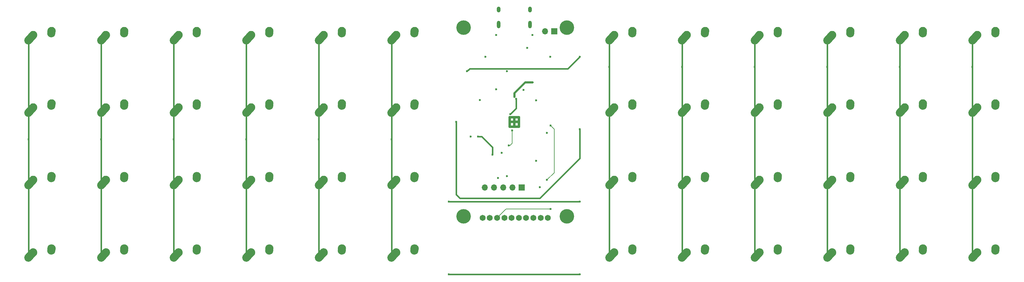
<source format=gbr>
%TF.GenerationSoftware,KiCad,Pcbnew,(6.0.7)*%
%TF.CreationDate,2022-08-23T18:51:20+01:00*%
%TF.ProjectId,ortho40,6f727468-6f34-4302-9e6b-696361645f70,rev?*%
%TF.SameCoordinates,Original*%
%TF.FileFunction,Copper,L1,Top*%
%TF.FilePolarity,Positive*%
%FSLAX46Y46*%
G04 Gerber Fmt 4.6, Leading zero omitted, Abs format (unit mm)*
G04 Created by KiCad (PCBNEW (6.0.7)) date 2022-08-23 18:51:20*
%MOMM*%
%LPD*%
G01*
G04 APERTURE LIST*
G04 Aperture macros list*
%AMHorizOval*
0 Thick line with rounded ends*
0 $1 width*
0 $2 $3 position (X,Y) of the first rounded end (center of the circle)*
0 $4 $5 position (X,Y) of the second rounded end (center of the circle)*
0 Add line between two ends*
20,1,$1,$2,$3,$4,$5,0*
0 Add two circle primitives to create the rounded ends*
1,1,$1,$2,$3*
1,1,$1,$4,$5*%
G04 Aperture macros list end*
%TA.AperFunction,ComponentPad*%
%ADD10C,1.650000*%
%TD*%
%TA.AperFunction,ComponentPad*%
%ADD11C,4.000000*%
%TD*%
%TA.AperFunction,ComponentPad*%
%ADD12HorizOval,2.250000X0.020000X0.290000X-0.020000X-0.290000X0*%
%TD*%
%TA.AperFunction,ComponentPad*%
%ADD13C,2.250000*%
%TD*%
%TA.AperFunction,ComponentPad*%
%ADD14HorizOval,2.250000X0.655001X0.730000X-0.655001X-0.730000X0*%
%TD*%
%TA.AperFunction,ComponentPad*%
%ADD15R,1.700000X1.700000*%
%TD*%
%TA.AperFunction,ComponentPad*%
%ADD16O,1.700000X1.700000*%
%TD*%
%TA.AperFunction,ComponentPad*%
%ADD17C,0.600000*%
%TD*%
%TA.AperFunction,ComponentPad*%
%ADD18O,1.000000X1.600000*%
%TD*%
%TA.AperFunction,ComponentPad*%
%ADD19O,1.000000X2.100000*%
%TD*%
%TA.AperFunction,ViaPad*%
%ADD20C,0.600000*%
%TD*%
%TA.AperFunction,Conductor*%
%ADD21C,0.200000*%
%TD*%
%TA.AperFunction,Conductor*%
%ADD22C,0.381000*%
%TD*%
%TA.AperFunction,Conductor*%
%ADD23C,0.600000*%
%TD*%
%TA.AperFunction,Conductor*%
%ADD24C,0.635000*%
%TD*%
G04 APERTURE END LIST*
D10*
%TO.P,U5,10,SDCS*%
%TO.N,LCD_SDSEL*%
X171250000Y-76500000D03*
%TO.P,U5,9,BLK*%
%TO.N,LCD_BACKLT*%
X173250000Y-76500000D03*
%TO.P,U5,8,DC*%
%TO.N,LCD_DC*%
X175250000Y-76500000D03*
%TO.P,U5,7,~{RESET}*%
%TO.N,LCD_RESET*%
X177250000Y-76500000D03*
%TO.P,U5,6,CS*%
%TO.N,LCD_CS*%
X179250000Y-76500000D03*
%TO.P,U5,5,MISO*%
%TO.N,LCD_RX*%
X181250000Y-76500000D03*
%TO.P,U5,4,MOSI*%
%TO.N,LCD_TX*%
X183250000Y-76500000D03*
%TO.P,U5,3,SCLK*%
%TO.N,LCD_SCK*%
X185250000Y-76500000D03*
%TO.P,U5,2,GND*%
%TO.N,GND*%
X187250000Y-76500000D03*
%TO.P,U5,1,VCC*%
%TO.N,+3V3*%
X189250000Y-76500000D03*
D11*
%TO.P,U5,*%
%TO.N,*%
X194500000Y-24000000D03*
X166000000Y-76000000D03*
X166000000Y-24000000D03*
X194500000Y-76000000D03*
%TD*%
D12*
%TO.P,MX27,2,ROW*%
%TO.N,Net-(D26-Pad2)*%
X92520000Y-65210000D03*
D13*
X92540000Y-64920000D03*
D14*
%TO.P,MX27,1,COL*%
%TO.N,c2*%
X86845001Y-66730000D03*
D13*
X87500000Y-66000000D03*
%TD*%
%TO.P,MX41,2,ROW*%
%TO.N,Net-(D41-Pad2)*%
X132540000Y-84920000D03*
D12*
X132520000Y-85210000D03*
D13*
%TO.P,MX41,1,COL*%
%TO.N,c4*%
X127500000Y-86000000D03*
D14*
X126845001Y-86730000D03*
%TD*%
D13*
%TO.P,MX24,2,ROW*%
%TO.N,Net-(D24-Pad2)*%
X312540000Y-44920000D03*
D12*
X312520000Y-45210000D03*
D13*
%TO.P,MX24,1,COL*%
%TO.N,c11*%
X307500000Y-46000000D03*
D14*
X306845001Y-46730000D03*
%TD*%
D13*
%TO.P,MX48,2,ROW*%
%TO.N,Net-(D48-Pad2)*%
X312540000Y-84920000D03*
D12*
X312520000Y-85210000D03*
D14*
%TO.P,MX48,1,COL*%
%TO.N,c11*%
X306845001Y-86730000D03*
D13*
X307500000Y-86000000D03*
%TD*%
%TO.P,MX36,2,ROW*%
%TO.N,Net-(D36-Pad2)*%
X312540000Y-64920000D03*
D12*
X312520000Y-65210000D03*
D14*
%TO.P,MX36,1,COL*%
%TO.N,c11*%
X306845001Y-66730000D03*
D13*
X307500000Y-66000000D03*
%TD*%
%TO.P,MX11,2,ROW*%
%TO.N,Net-(D8-Pad2)*%
X292540000Y-24920000D03*
D12*
X292520000Y-25210000D03*
D13*
%TO.P,MX11,1,COL*%
%TO.N,c10*%
X287500000Y-26000000D03*
D14*
X286845001Y-26730000D03*
%TD*%
D12*
%TO.P,MX7,2,ROW*%
%TO.N,Net-(D6-Pad2)*%
X212520000Y-25210000D03*
D13*
X212540000Y-24920000D03*
%TO.P,MX7,1,COL*%
%TO.N,c6*%
X207500000Y-26000000D03*
D14*
X206845001Y-26730000D03*
%TD*%
D13*
%TO.P,MX29,2,ROW*%
%TO.N,Net-(D29-Pad2)*%
X132540000Y-64920000D03*
D12*
X132520000Y-65210000D03*
D13*
%TO.P,MX29,1,COL*%
%TO.N,c4*%
X127500000Y-66000000D03*
D14*
X126845001Y-66730000D03*
%TD*%
D12*
%TO.P,MX14,2,ROW*%
%TO.N,Net-(D15-Pad2)*%
X72520000Y-45210000D03*
D13*
X72540000Y-44920000D03*
D14*
%TO.P,MX14,1,COL*%
%TO.N,c1*%
X66845001Y-46730000D03*
D13*
X67500000Y-46000000D03*
%TD*%
%TO.P,MX43,2,ROW*%
%TO.N,Net-(D42-Pad2)*%
X212540000Y-84920000D03*
D12*
X212520000Y-85210000D03*
D14*
%TO.P,MX43,1,COL*%
%TO.N,c6*%
X206845001Y-86730000D03*
D13*
X207500000Y-86000000D03*
%TD*%
D12*
%TO.P,MX4,2,ROW*%
%TO.N,Net-(D4-Pad2)*%
X112520000Y-25210000D03*
D13*
X112540000Y-24920000D03*
D14*
%TO.P,MX4,1,COL*%
%TO.N,c3*%
X106845001Y-26730000D03*
D13*
X107500000Y-26000000D03*
%TD*%
%TO.P,MX25,2,ROW*%
%TO.N,Net-(D25-Pad2)*%
X52540000Y-64920000D03*
D12*
X52520000Y-65210000D03*
D14*
%TO.P,MX25,1,COL*%
%TO.N,c0*%
X46845001Y-66730000D03*
D13*
X47500000Y-66000000D03*
%TD*%
%TO.P,MX45,2,ROW*%
%TO.N,Net-(D43-Pad2)*%
X252540000Y-84920000D03*
D12*
X252520000Y-85210000D03*
D13*
%TO.P,MX45,1,COL*%
%TO.N,c8*%
X247500000Y-86000000D03*
D14*
X246845001Y-86730000D03*
%TD*%
D12*
%TO.P,MX23,2,ROW*%
%TO.N,Net-(D20-Pad2)*%
X292520000Y-45210000D03*
D13*
X292540000Y-44920000D03*
D14*
%TO.P,MX23,1,COL*%
%TO.N,c10*%
X286845001Y-46730000D03*
D13*
X287500000Y-46000000D03*
%TD*%
D12*
%TO.P,MX32,2,ROW*%
%TO.N,Net-(D34-Pad2)*%
X232520000Y-65210000D03*
D13*
X232540000Y-64920000D03*
D14*
%TO.P,MX32,1,COL*%
%TO.N,c7*%
X226845001Y-66730000D03*
D13*
X227500000Y-66000000D03*
%TD*%
%TO.P,MX3,2,ROW*%
%TO.N,Net-(D2-Pad2)*%
X92540000Y-24920000D03*
D12*
X92520000Y-25210000D03*
D13*
%TO.P,MX3,1,COL*%
%TO.N,c2*%
X87500000Y-26000000D03*
D14*
X86845001Y-26730000D03*
%TD*%
D13*
%TO.P,MX22,2,ROW*%
%TO.N,Net-(D23-Pad2)*%
X272540000Y-44920000D03*
D12*
X272520000Y-45210000D03*
D13*
%TO.P,MX22,1,COL*%
%TO.N,c9*%
X267500000Y-46000000D03*
D14*
X266845001Y-46730000D03*
%TD*%
D12*
%TO.P,MX21,2,ROW*%
%TO.N,Net-(D19-Pad2)*%
X252520000Y-45210000D03*
D13*
X252540000Y-44920000D03*
%TO.P,MX21,1,COL*%
%TO.N,c8*%
X247500000Y-46000000D03*
D14*
X246845001Y-46730000D03*
%TD*%
D12*
%TO.P,MX8,2,ROW*%
%TO.N,Net-(D10-Pad2)*%
X232520000Y-25210000D03*
D13*
X232540000Y-24920000D03*
D14*
%TO.P,MX8,1,COL*%
%TO.N,c7*%
X226845001Y-26730000D03*
D13*
X227500000Y-26000000D03*
%TD*%
D12*
%TO.P,MX44,2,ROW*%
%TO.N,Net-(D46-Pad2)*%
X232520000Y-85210000D03*
D13*
X232540000Y-84920000D03*
%TO.P,MX44,1,COL*%
%TO.N,c7*%
X227500000Y-86000000D03*
D14*
X226845001Y-86730000D03*
%TD*%
D12*
%TO.P,MX40,2,ROW*%
%TO.N,Net-(D40-Pad2)*%
X112520000Y-85210000D03*
D13*
X112540000Y-84920000D03*
D14*
%TO.P,MX40,1,COL*%
%TO.N,c3*%
X106845001Y-86730000D03*
D13*
X107500000Y-86000000D03*
%TD*%
%TO.P,MX39,2,ROW*%
%TO.N,Net-(D38-Pad2)*%
X92540000Y-84920000D03*
D12*
X92520000Y-85210000D03*
D14*
%TO.P,MX39,1,COL*%
%TO.N,c2*%
X86845001Y-86730000D03*
D13*
X87500000Y-86000000D03*
%TD*%
D15*
%TO.P,SW1,1,1*%
%TO.N,GND*%
X191000000Y-25000000D03*
D16*
%TO.P,SW1,2,2*%
%TO.N,/~{BOOTSEL}*%
X188460000Y-25000000D03*
%TD*%
D12*
%TO.P,MX38,2,ROW*%
%TO.N,Net-(D39-Pad2)*%
X72520000Y-85210000D03*
D13*
X72540000Y-84920000D03*
%TO.P,MX38,1,COL*%
%TO.N,c1*%
X67500000Y-86000000D03*
D14*
X66845001Y-86730000D03*
%TD*%
D13*
%TO.P,MX18,2,ROW*%
%TO.N,Net-(D21-Pad2)*%
X152540000Y-44920000D03*
D12*
X152520000Y-45210000D03*
D13*
%TO.P,MX18,1,COL*%
%TO.N,c5*%
X147500000Y-46000000D03*
D14*
X146845001Y-46730000D03*
%TD*%
D12*
%TO.P,MX28,2,ROW*%
%TO.N,Net-(D28-Pad2)*%
X112520000Y-65210000D03*
D13*
X112540000Y-64920000D03*
D14*
%TO.P,MX28,1,COL*%
%TO.N,c3*%
X106845001Y-66730000D03*
D13*
X107500000Y-66000000D03*
%TD*%
%TO.P,MX31,2,ROW*%
%TO.N,Net-(D30-Pad2)*%
X212540000Y-64920000D03*
D12*
X212520000Y-65210000D03*
D13*
%TO.P,MX31,1,COL*%
%TO.N,c6*%
X207500000Y-66000000D03*
D14*
X206845001Y-66730000D03*
%TD*%
D12*
%TO.P,MX1,2,ROW*%
%TO.N,Net-(D1-Pad2)*%
X52520000Y-25210000D03*
D13*
X52540000Y-24920000D03*
D14*
%TO.P,MX1,1,COL*%
%TO.N,c0*%
X46845001Y-26730000D03*
D13*
X47500000Y-26000000D03*
%TD*%
%TO.P,MX26,2,ROW*%
%TO.N,Net-(D27-Pad2)*%
X72540000Y-64920000D03*
D12*
X72520000Y-65210000D03*
D13*
%TO.P,MX26,1,COL*%
%TO.N,c1*%
X67500000Y-66000000D03*
D14*
X66845001Y-66730000D03*
%TD*%
D13*
%TO.P,MX13,2,ROW*%
%TO.N,Net-(D13-Pad2)*%
X52540000Y-44920000D03*
D12*
X52520000Y-45210000D03*
D14*
%TO.P,MX13,1,COL*%
%TO.N,c0*%
X46845001Y-46730000D03*
D13*
X47500000Y-46000000D03*
%TD*%
D12*
%TO.P,MX9,2,ROW*%
%TO.N,Net-(D7-Pad2)*%
X252520000Y-25210000D03*
D13*
X252540000Y-24920000D03*
D14*
%TO.P,MX9,1,COL*%
%TO.N,c8*%
X246845001Y-26730000D03*
D13*
X247500000Y-26000000D03*
%TD*%
%TO.P,MX46,2,ROW*%
%TO.N,Net-(D47-Pad2)*%
X272540000Y-84920000D03*
D12*
X272520000Y-85210000D03*
D13*
%TO.P,MX46,1,COL*%
%TO.N,c9*%
X267500000Y-86000000D03*
D14*
X266845001Y-86730000D03*
%TD*%
D12*
%TO.P,MX17,2,ROW*%
%TO.N,Net-(D17-Pad2)*%
X132520000Y-45210000D03*
D13*
X132540000Y-44920000D03*
%TO.P,MX17,1,COL*%
%TO.N,c4*%
X127500000Y-46000000D03*
D14*
X126845001Y-46730000D03*
%TD*%
D13*
%TO.P,MX10,2,ROW*%
%TO.N,Net-(D11-Pad2)*%
X272540000Y-24920000D03*
D12*
X272520000Y-25210000D03*
D14*
%TO.P,MX10,1,COL*%
%TO.N,c9*%
X266845001Y-26730000D03*
D13*
X267500000Y-26000000D03*
%TD*%
%TO.P,MX30,2,ROW*%
%TO.N,Net-(D33-Pad2)*%
X152540000Y-64920000D03*
D12*
X152520000Y-65210000D03*
D13*
%TO.P,MX30,1,COL*%
%TO.N,c5*%
X147500000Y-66000000D03*
D14*
X146845001Y-66730000D03*
%TD*%
D13*
%TO.P,MX6,2,ROW*%
%TO.N,Net-(D9-Pad2)*%
X152540000Y-24920000D03*
D12*
X152520000Y-25210000D03*
D13*
%TO.P,MX6,1,COL*%
%TO.N,c5*%
X147500000Y-26000000D03*
D14*
X146845001Y-26730000D03*
%TD*%
D12*
%TO.P,MX35,2,ROW*%
%TO.N,Net-(D32-Pad2)*%
X292520000Y-65210000D03*
D13*
X292540000Y-64920000D03*
D14*
%TO.P,MX35,1,COL*%
%TO.N,c10*%
X286845001Y-66730000D03*
D13*
X287500000Y-66000000D03*
%TD*%
%TO.P,MX20,2,ROW*%
%TO.N,Net-(D22-Pad2)*%
X232540000Y-44920000D03*
D12*
X232520000Y-45210000D03*
D14*
%TO.P,MX20,1,COL*%
%TO.N,c7*%
X226845001Y-46730000D03*
D13*
X227500000Y-46000000D03*
%TD*%
%TO.P,MX33,2,ROW*%
%TO.N,Net-(D31-Pad2)*%
X252540000Y-64920000D03*
D12*
X252520000Y-65210000D03*
D13*
%TO.P,MX33,1,COL*%
%TO.N,c8*%
X247500000Y-66000000D03*
D14*
X246845001Y-66730000D03*
%TD*%
D12*
%TO.P,MX15,2,ROW*%
%TO.N,Net-(D14-Pad2)*%
X92520000Y-45210000D03*
D13*
X92540000Y-44920000D03*
D14*
%TO.P,MX15,1,COL*%
%TO.N,c2*%
X86845001Y-46730000D03*
D13*
X87500000Y-46000000D03*
%TD*%
D12*
%TO.P,MX37,2,ROW*%
%TO.N,Net-(D37-Pad2)*%
X52520000Y-85210000D03*
D13*
X52540000Y-84920000D03*
%TO.P,MX37,1,COL*%
%TO.N,c0*%
X47500000Y-86000000D03*
D14*
X46845001Y-86730000D03*
%TD*%
D13*
%TO.P,MX34,2,ROW*%
%TO.N,Net-(D35-Pad2)*%
X272540000Y-64920000D03*
D12*
X272520000Y-65210000D03*
D14*
%TO.P,MX34,1,COL*%
%TO.N,c9*%
X266845001Y-66730000D03*
D13*
X267500000Y-66000000D03*
%TD*%
%TO.P,MX2,2,ROW*%
%TO.N,Net-(D3-Pad2)*%
X72540000Y-24920000D03*
D12*
X72520000Y-25210000D03*
D13*
%TO.P,MX2,1,COL*%
%TO.N,c1*%
X67500000Y-26000000D03*
D14*
X66845001Y-26730000D03*
%TD*%
D13*
%TO.P,MX5,2,ROW*%
%TO.N,Net-(D5-Pad2)*%
X132540000Y-24920000D03*
D12*
X132520000Y-25210000D03*
D14*
%TO.P,MX5,1,COL*%
%TO.N,c4*%
X126845001Y-26730000D03*
D13*
X127500000Y-26000000D03*
%TD*%
%TO.P,MX47,2,ROW*%
%TO.N,Net-(D44-Pad2)*%
X292540000Y-84920000D03*
D12*
X292520000Y-85210000D03*
D13*
%TO.P,MX47,1,COL*%
%TO.N,c10*%
X287500000Y-86000000D03*
D14*
X286845001Y-86730000D03*
%TD*%
D13*
%TO.P,MX19,2,ROW*%
%TO.N,Net-(D18-Pad2)*%
X212540000Y-44920000D03*
D12*
X212520000Y-45210000D03*
D13*
%TO.P,MX19,1,COL*%
%TO.N,c6*%
X207500000Y-46000000D03*
D14*
X206845001Y-46730000D03*
%TD*%
D12*
%TO.P,MX16,2,ROW*%
%TO.N,Net-(D16-Pad2)*%
X112520000Y-45210000D03*
D13*
X112540000Y-44920000D03*
D14*
%TO.P,MX16,1,COL*%
%TO.N,c3*%
X106845001Y-46730000D03*
D13*
X107500000Y-46000000D03*
%TD*%
D12*
%TO.P,MX12,2,ROW*%
%TO.N,Net-(D12-Pad2)*%
X312520000Y-25210000D03*
D13*
X312540000Y-24920000D03*
%TO.P,MX12,1,COL*%
%TO.N,c11*%
X307500000Y-26000000D03*
D14*
X306845001Y-26730000D03*
%TD*%
D13*
%TO.P,MX42,2,ROW*%
%TO.N,Net-(D45-Pad2)*%
X152540000Y-84920000D03*
D12*
X152520000Y-85210000D03*
D14*
%TO.P,MX42,1,COL*%
%TO.N,c5*%
X146845001Y-86730000D03*
D13*
X147500000Y-86000000D03*
%TD*%
D17*
%TO.P,U1,57,GND*%
%TO.N,GND*%
X180000000Y-50000000D03*
X181275000Y-50000000D03*
X180000000Y-51275000D03*
X178725000Y-51275000D03*
X181275000Y-51275000D03*
X178725000Y-50000000D03*
X180000000Y-48725000D03*
X181275000Y-48725000D03*
X178725000Y-48725000D03*
%TD*%
D15*
%TO.P,J1,1,Pin_1*%
%TO.N,SWCLK*%
X182050000Y-68050000D03*
D16*
%TO.P,J1,2,Pin_2*%
%TO.N,SWD*%
X179510000Y-68050000D03*
%TO.P,J1,3,Pin_3*%
%TO.N,GND*%
X176970000Y-68050000D03*
%TO.P,J1,4,Pin_4*%
%TO.N,+3V3*%
X174430000Y-68050000D03*
%TO.P,J1,5,Pin_5*%
%TO.N,RESET*%
X171890000Y-68050000D03*
%TD*%
D18*
%TO.P,J2,S1,SHIELD*%
%TO.N,GND*%
X175680000Y-18950000D03*
X184320000Y-18950000D03*
D19*
X184320000Y-23130000D03*
X175680000Y-23130000D03*
%TD*%
D20*
%TO.N,LCD_DC*%
X190000000Y-74000000D03*
%TO.N,GND*%
X187000000Y-68000000D03*
%TO.N,+3V3*%
X189000000Y-66000000D03*
X190000000Y-51000000D03*
X185000000Y-39000000D03*
X170000000Y-54000000D03*
X180000000Y-43000000D03*
X174000000Y-59000000D03*
%TO.N,GND*%
X186000000Y-60690500D03*
X186000000Y-44000000D03*
X178000000Y-36000000D03*
X170519309Y-43964820D03*
X175000000Y-26000000D03*
X175000000Y-41000000D03*
X178000000Y-64950000D03*
X185000000Y-26000000D03*
X182573112Y-41123942D03*
X183519121Y-29581574D03*
X175494710Y-65445510D03*
X189901780Y-32023070D03*
X189000000Y-53000000D03*
X172000000Y-32000000D03*
X176496018Y-58472206D03*
X168000000Y-54000000D03*
%TO.N,+1V1*%
X180536802Y-43644915D03*
X178496018Y-56472206D03*
X178889817Y-47838993D03*
X179399059Y-52328303D03*
%TO.N,r0*%
X167000000Y-36000000D03*
X198000000Y-32000000D03*
%TO.N,r1*%
X198000000Y-52000000D03*
X164000000Y-50000000D03*
%TO.N,r2*%
X198000000Y-72000000D03*
X162000000Y-72000000D03*
%TO.N,r3*%
X198000000Y-92000000D03*
X162000000Y-92000000D03*
%TO.N,c0*%
X46190000Y-54810000D03*
%TO.N,c1*%
X66190000Y-54810000D03*
%TO.N,c2*%
X86190000Y-54810000D03*
%TO.N,c3*%
X106190000Y-54810000D03*
%TO.N,c4*%
X126190000Y-54810000D03*
%TO.N,c5*%
X146190000Y-54810000D03*
%TO.N,c6*%
X206190000Y-34810000D03*
%TO.N,c7*%
X226190000Y-34810000D03*
%TO.N,c8*%
X246190000Y-34810000D03*
%TO.N,c9*%
X266190000Y-34810000D03*
%TO.N,c10*%
X286190000Y-34810000D03*
%TO.N,c11*%
X306190000Y-34810000D03*
%TD*%
D21*
%TO.N,LCD_DC*%
X177750000Y-74000000D02*
X175250000Y-76500000D01*
X190000000Y-74000000D02*
X177750000Y-74000000D01*
D22*
%TO.N,+3V3*%
X171000000Y-54000000D02*
X170000000Y-54000000D01*
X172000000Y-55000000D02*
X171000000Y-54000000D01*
D21*
X191000000Y-60000000D02*
X191000000Y-64000000D01*
X191000000Y-64000000D02*
X189000000Y-66000000D01*
X191000000Y-52000000D02*
X191000000Y-60000000D01*
X190000000Y-51000000D02*
X191000000Y-52000000D01*
D23*
X182000000Y-40000000D02*
X183000000Y-39000000D01*
X180000000Y-42000000D02*
X182000000Y-40000000D01*
D22*
X174000000Y-57000000D02*
X174000000Y-59000000D01*
X172000000Y-55000000D02*
X174000000Y-57000000D01*
D23*
X183000000Y-39000000D02*
X185000000Y-39000000D01*
X180000000Y-43000000D02*
X180000000Y-42000000D01*
D24*
%TO.N,GND*%
X178725000Y-48725000D02*
X180000000Y-48725000D01*
X178725000Y-50000000D02*
X180000000Y-50000000D01*
X180000000Y-50000000D02*
X180000000Y-48725000D01*
X180000000Y-51275000D02*
X178725000Y-51275000D01*
X181275000Y-50000000D02*
X181275000Y-51275000D01*
X181275000Y-48725000D02*
X181275000Y-50000000D01*
X181275000Y-48725000D02*
X180000000Y-48725000D01*
X178725000Y-48725000D02*
X178725000Y-50000000D01*
X178725000Y-51275000D02*
X178725000Y-50000000D01*
X181275000Y-51275000D02*
X180000000Y-51275000D01*
X180000000Y-50000000D02*
X181275000Y-50000000D01*
X180000000Y-51275000D02*
X180000000Y-50000000D01*
D21*
%TO.N,+1V1*%
X179395412Y-53604588D02*
X179395412Y-55901146D01*
X179399059Y-52328303D02*
X179399059Y-53600941D01*
X179399059Y-53600941D02*
X179395412Y-53604588D01*
X179395412Y-55901146D02*
X178824352Y-56472206D01*
X178824352Y-56472206D02*
X178496018Y-56472206D01*
D22*
X178889817Y-47838993D02*
X180536802Y-46192008D01*
X180536802Y-46192008D02*
X180536802Y-43644915D01*
%TO.N,r0*%
X198000000Y-32000000D02*
X197000000Y-33000000D01*
X194690500Y-35309500D02*
X167690500Y-35309500D01*
X198000000Y-32000000D02*
X194690500Y-35309500D01*
X167690500Y-35309500D02*
X167000000Y-36000000D01*
%TO.N,r1*%
X187000000Y-71000000D02*
X165000000Y-71000000D01*
X164000000Y-70000000D02*
X164000000Y-50000000D01*
X198000000Y-60000000D02*
X187000000Y-71000000D01*
X198000000Y-60000000D02*
X198000000Y-52000000D01*
X165000000Y-71000000D02*
X164000000Y-70000000D01*
%TO.N,r2*%
X162000000Y-72000000D02*
X198000000Y-72000000D01*
%TO.N,r3*%
X162000000Y-92000000D02*
X198000000Y-92000000D01*
%TO.N,c0*%
X46190000Y-47460000D02*
X46190000Y-54810000D01*
X46190000Y-54810000D02*
X46190000Y-67460000D01*
X46190000Y-67460000D02*
X46190000Y-87460000D01*
X46190000Y-27460000D02*
X46190000Y-47460000D01*
%TO.N,c1*%
X66190000Y-47460000D02*
X66190000Y-54810000D01*
X66190000Y-47460000D02*
X66190000Y-27460000D01*
X66190000Y-54810000D02*
X66190000Y-67460000D01*
X66190000Y-67460000D02*
X66190000Y-87460000D01*
%TO.N,c2*%
X86190000Y-47460000D02*
X86190000Y-54810000D01*
X86190000Y-27460000D02*
X86190000Y-47460000D01*
X86190000Y-54810000D02*
X86190000Y-67460000D01*
X86190000Y-67460000D02*
X86190000Y-87460000D01*
%TO.N,c3*%
X106190000Y-27460000D02*
X106190000Y-47460000D01*
X106190000Y-54810000D02*
X106190000Y-67460000D01*
X106190000Y-47460000D02*
X106190000Y-54810000D01*
X106190000Y-67460000D02*
X106190000Y-87460000D01*
%TO.N,c4*%
X126190000Y-54810000D02*
X126190000Y-67460000D01*
X126190000Y-27460000D02*
X126190000Y-47460000D01*
X126190000Y-47460000D02*
X126190000Y-54810000D01*
X126190000Y-67460000D02*
X126190000Y-87460000D01*
%TO.N,c5*%
X146190000Y-27460000D02*
X146190000Y-47460000D01*
X146190000Y-67460000D02*
X146190000Y-87460000D01*
X146190000Y-47460000D02*
X146190000Y-54810000D01*
X146190000Y-54810000D02*
X146190000Y-67460000D01*
%TO.N,c6*%
X206190000Y-47460000D02*
X206190000Y-67460000D01*
X206190000Y-34810000D02*
X206190000Y-47460000D01*
X206190000Y-27460000D02*
X206190000Y-34810000D01*
X206190000Y-67460000D02*
X206190000Y-87460000D01*
%TO.N,c7*%
X226190000Y-47460000D02*
X226190000Y-34810000D01*
X226190000Y-67460000D02*
X226190000Y-47460000D01*
X226190000Y-34810000D02*
X226190000Y-27460000D01*
X226190000Y-87460000D02*
X226190000Y-67460000D01*
%TO.N,c8*%
X246190000Y-27460000D02*
X246190000Y-34810000D01*
X246190000Y-67460000D02*
X246190000Y-87460000D01*
X246190000Y-47460000D02*
X246190000Y-67460000D01*
X246190000Y-34810000D02*
X246190000Y-47460000D01*
%TO.N,c9*%
X266190000Y-47460000D02*
X266190000Y-34810000D01*
X266190000Y-67460000D02*
X266190000Y-47460000D01*
X266190000Y-34810000D02*
X266190000Y-27460000D01*
X266190000Y-87460000D02*
X266190000Y-67460000D01*
%TO.N,c10*%
X286190000Y-47460000D02*
X286190000Y-67460000D01*
X286190000Y-67460000D02*
X286190000Y-87460000D01*
X286190000Y-27460000D02*
X286190000Y-34810000D01*
X286190000Y-34810000D02*
X286190000Y-47460000D01*
%TO.N,c11*%
X306190000Y-27460000D02*
X306190000Y-34810000D01*
X306190000Y-34810000D02*
X306190000Y-47460000D01*
X306190000Y-47460000D02*
X306190000Y-67460000D01*
X306190000Y-87460000D02*
X306190000Y-67460000D01*
%TD*%
M02*

</source>
